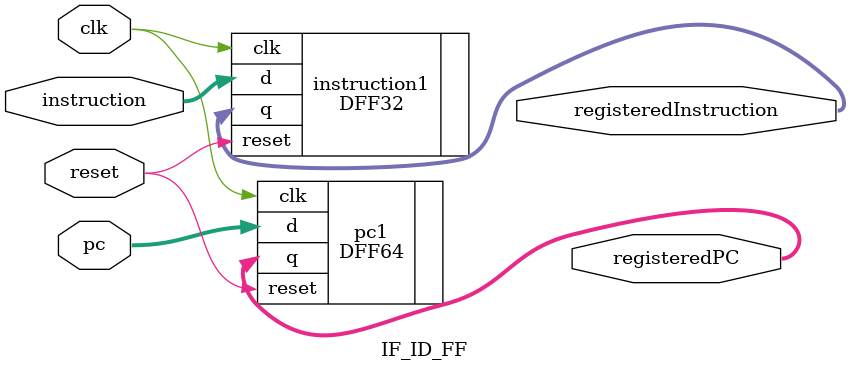
<source format=sv>

module IF_ID_FF (registeredInstruction, instruction, registeredPC, pc, clk, reset);
	input logic [31:0] instruction;
	input logic [63:0] pc;
	input logic clk, reset; 
	output logic [31:0] registeredInstruction;
	output logic [63:0] registeredPC;
	
	DFF32 instruction1 (.q(registeredInstruction), .d(instruction), .reset, .clk);
	DFF64 pc1 (.q(registeredPC), .d(pc), .reset, .clk);
	
endmodule

//Plan: DFF for every single we want registered, gonna do it individually. 

//Problem: Our immediates need to be generated from the instruction and not in the controller 


</source>
